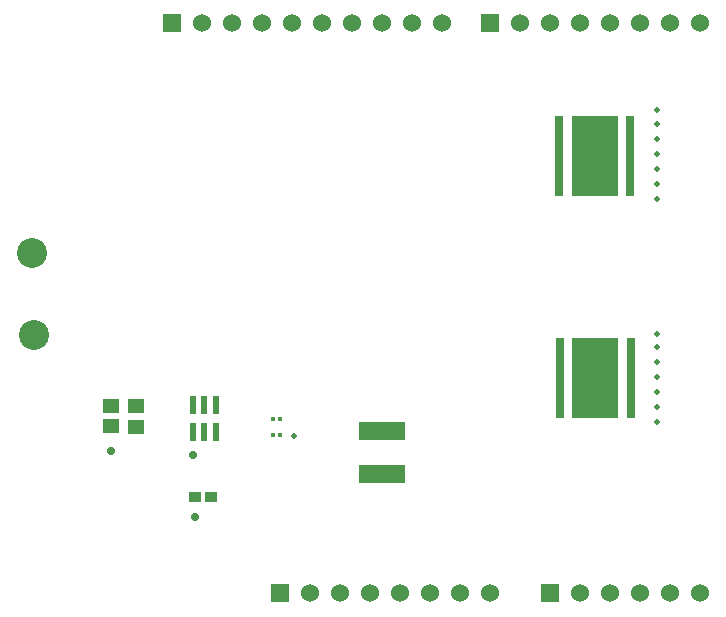
<source format=gbr>
G04*
G04 #@! TF.GenerationSoftware,Altium Limited,Altium Designer,23.0.1 (38)*
G04*
G04 Layer_Color=8388736*
%FSLAX44Y44*%
%MOMM*%
G71*
G04*
G04 #@! TF.SameCoordinates,64DEC9DB-233E-40C6-88A2-80678BC6FC1E*
G04*
G04*
G04 #@! TF.FilePolarity,Negative*
G04*
G01*
G75*
G04:AMPARAMS|DCode=14|XSize=0.4mm|YSize=0.33mm|CornerRadius=0.0825mm|HoleSize=0mm|Usage=FLASHONLY|Rotation=270.000|XOffset=0mm|YOffset=0mm|HoleType=Round|Shape=RoundedRectangle|*
%AMROUNDEDRECTD14*
21,1,0.4000,0.1650,0,0,270.0*
21,1,0.2350,0.3300,0,0,270.0*
1,1,0.1650,-0.0825,-0.1175*
1,1,0.1650,-0.0825,0.1175*
1,1,0.1650,0.0825,0.1175*
1,1,0.1650,0.0825,-0.1175*
%
%ADD14ROUNDEDRECTD14*%
G04:AMPARAMS|DCode=15|XSize=0.4mm|YSize=0.38mm|CornerRadius=0.095mm|HoleSize=0mm|Usage=FLASHONLY|Rotation=270.000|XOffset=0mm|YOffset=0mm|HoleType=Round|Shape=RoundedRectangle|*
%AMROUNDEDRECTD15*
21,1,0.4000,0.1900,0,0,270.0*
21,1,0.2100,0.3800,0,0,270.0*
1,1,0.1900,-0.0950,-0.1050*
1,1,0.1900,-0.0950,0.1050*
1,1,0.1900,0.0950,0.1050*
1,1,0.1900,0.0950,-0.1050*
%
%ADD15ROUNDEDRECTD15*%
%ADD16R,1.4700X1.1600*%
%ADD17R,1.0100X0.9300*%
%ADD18R,1.4700X1.1500*%
%ADD19R,3.9000X6.7600*%
%ADD20R,0.7000X6.7600*%
%ADD21R,4.0000X1.5000*%
%ADD22R,0.3800X0.4000*%
G04:AMPARAMS|DCode=23|XSize=1.45mm|YSize=0.59mm|CornerRadius=0.0738mm|HoleSize=0mm|Usage=FLASHONLY|Rotation=90.000|XOffset=0mm|YOffset=0mm|HoleType=Round|Shape=RoundedRectangle|*
%AMROUNDEDRECTD23*
21,1,1.4500,0.4425,0,0,90.0*
21,1,1.3025,0.5900,0,0,90.0*
1,1,0.1475,0.2213,0.6513*
1,1,0.1475,0.2213,-0.6513*
1,1,0.1475,-0.2213,-0.6513*
1,1,0.1475,-0.2213,0.6513*
%
%ADD23ROUNDEDRECTD23*%
%ADD24R,1.5300X1.5300*%
%ADD25C,1.5300*%
%ADD26C,2.5400*%
%ADD27C,0.5080*%
%ADD28C,0.7112*%
D14*
X283741Y161314D02*
D03*
D15*
X277891D02*
D03*
D16*
X162099Y168352D02*
D03*
Y185952D02*
D03*
D17*
X225555Y108990D02*
D03*
X211375D02*
D03*
D18*
X140208Y168402D02*
D03*
Y186002D02*
D03*
D19*
X550164Y397764D02*
D03*
X550418Y209042D02*
D03*
D20*
X580164Y397764D02*
D03*
X520164D02*
D03*
X580418Y209042D02*
D03*
X520418D02*
D03*
D21*
X370078Y128558D02*
D03*
Y164558D02*
D03*
D22*
X277891Y174776D02*
D03*
X283511D02*
D03*
D23*
X210105Y163854D02*
D03*
X219605D02*
D03*
X229105D02*
D03*
Y186954D02*
D03*
X219605D02*
D03*
X210105D02*
D03*
D24*
X192278Y509778D02*
D03*
X512318Y27178D02*
D03*
X283718D02*
D03*
X461518Y509778D02*
D03*
D25*
X217678D02*
D03*
X243078D02*
D03*
X268478D02*
D03*
X293878D02*
D03*
X319278D02*
D03*
X344678D02*
D03*
X370078D02*
D03*
X395478D02*
D03*
X420878D02*
D03*
X537718Y27178D02*
D03*
X563118D02*
D03*
X588518D02*
D03*
X613918D02*
D03*
X639318D02*
D03*
X309118D02*
D03*
X334518D02*
D03*
X359918D02*
D03*
X385318D02*
D03*
X410718D02*
D03*
X436118D02*
D03*
X461518D02*
D03*
X486918Y509778D02*
D03*
X512318D02*
D03*
X537718D02*
D03*
X563118D02*
D03*
X588518D02*
D03*
X613918D02*
D03*
X639318D02*
D03*
D26*
X75438Y245618D02*
D03*
X73914Y315468D02*
D03*
D27*
X295148Y160528D02*
D03*
X602488Y235458D02*
D03*
Y171958D02*
D03*
Y197358D02*
D03*
Y184658D02*
D03*
Y246888D02*
D03*
Y210058D02*
D03*
Y436118D02*
D03*
Y424688D02*
D03*
Y411988D02*
D03*
Y399288D02*
D03*
Y386588D02*
D03*
Y373888D02*
D03*
Y361188D02*
D03*
Y222758D02*
D03*
D28*
X140208Y147828D02*
D03*
X211328Y91948D02*
D03*
X210058Y144018D02*
D03*
M02*

</source>
